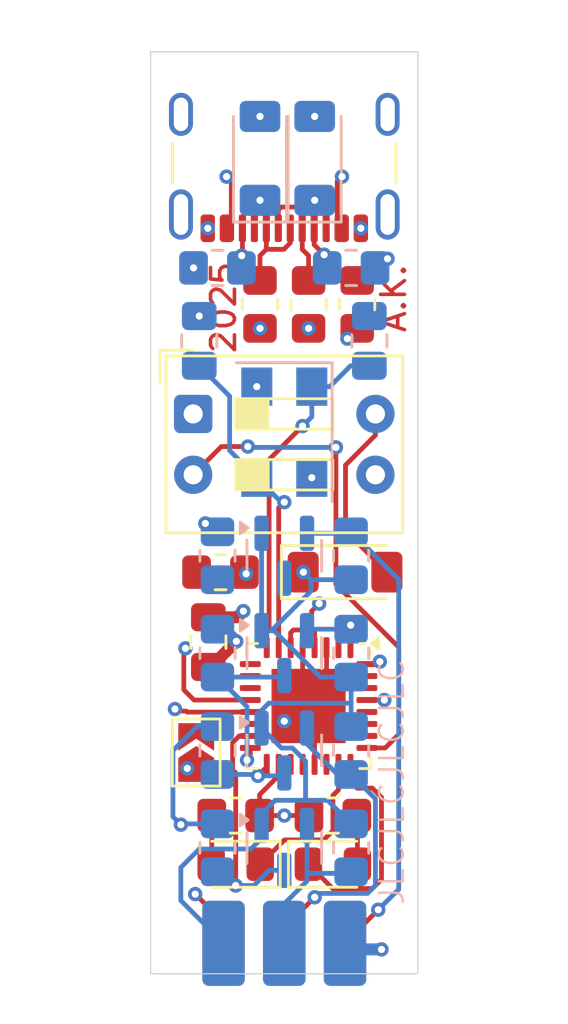
<source format=kicad_pcb>
(kicad_pcb (version 20241229) (generator "pcbnew") (generator_version "9.0")
  (layers (0 "F.Cu" signal) (4 "In1.Cu" signal) (6 "In2.Cu" signal) (2 "B.Cu" signal) (13 "F.Paste" user) (15 "B.Paste" user) (5 "F.SilkS" user "F.Silkscreen") (7 "B.SilkS" user "B.Silkscreen") (1 "F.Mask" user) (3 "B.Mask" user) (25 "Edge.Cuts" user))
  (net 0 "")
  (net 1 "GND")
  (net 2 "Net-(U2-PB6{slash}XTAL1)")
  (net 3 "Net-(U2-PB7{slash}XTAL2)")
  (net 4 "Net-(D1-A)")
  (net 5 "VCC")
  (net 6 "Net-(D2-K)")
  (net 7 "Net-(D2-A)")
  (net 8 "Net-(D3-A)")
  (net 9 "Net-(D3-K)")
  (net 10 "Net-(D4-K)")
  (net 11 "Net-(D5-K)")
  (net 12 "/shifter/LD1")
  (net 13 "/shifter/LD3")
  (net 14 "/shifter/LD0")
  (net 15 "/shifter/LD2")
  (net 16 "/shifter/HD0")
  (net 17 "/shifter/HD1")
  (net 18 "/shifter/HD2")
  (net 19 "/shifter/HD3")
  (net 20 "+5V")
  (net 21 "Net-(JP1-A)")
  (net 22 "Net-(J3-CC1)")
  (net 23 "Net-(J3-CC2)")
  (net 24 "Net-(U2-PB0)")
  (net 25 "Net-(U2-PB1)")
  (net 26 "Net-(U2-PC2)")
  (footprint "LED_SMD:LED_0805_2012Metric_Pad1.15x1.40mm_HandSolder" (layer "F.Cu") (at 226.568 106.426 180)
    (property "Reference" "D2" (hide yes))
    (property "Value" "Green")
    (pad "1" smd roundrect (at -1.025 0 180) (size 1.15 1.4) (layers "F.Cu" "F.Mask" "F.Paste") (roundrect_rratio 0.217391) (net 6 "Net-(D2-K)"))
    (pad "2" smd roundrect (at 1.025 0 180) (size 1.15 1.4) (layers "F.Cu" "F.Mask" "F.Paste") (roundrect_rratio 0.217391) (net 7 "Net-(D2-A)"))
  )
  (footprint "Resistor_SMD:R_0805_2012Metric_Pad1.20x1.40mm_HandSolder" (layer "F.Cu") (at 227.584 83.058 90)
    (property "Reference" "R15" (hide yes))
    (property "Value" "66R")
    (pad "1" smd roundrect (at -1 0 90) (size 1.2 1.4) (layers "F.Cu" "F.Mask" "F.Paste") (roundrect_rratio 0.208333) (net 25 "Net-(U2-PB1)"))
    (pad "2" smd roundrect (at 1 0 90) (size 1.2 1.4) (layers "F.Cu" "F.Mask" "F.Paste") (roundrect_rratio 0.208333) (net 10 "Net-(D4-K)"))
  )
  (footprint "Capacitor_SMD:C_0805_2012Metric_Pad1.18x1.45mm_HandSolder" (layer "F.Cu") (at 225.425 97.155 90)
    (property "Reference" "C3" (hide yes))
    (property "Value" "100n")
    (pad "1" smd roundrect (at -1.0375 0 90) (size 1.175 1.45) (layers "F.Cu" "F.Mask" "F.Paste") (roundrect_rratio 0.212766) (net 20 "+5V"))
    (pad "2" smd roundrect (at 1.0375 0 90) (size 1.175 1.45) (layers "F.Cu" "F.Mask" "F.Paste") (roundrect_rratio 0.212766) (net 1 "GND"))
  )
  (footprint "Button_Switch_THT:SW_DIP_SPSTx02_Slide_9.78x7.26mm_W7.62mm_P2.54mm" (layer "F.Cu") (at 224.79 87.63)
    (property "Reference" "SW1" (hide yes))
    (property "Value" "SW_DIP_x02")
    (pad "1" thru_hole roundrect (at 0 0) (size 1.6 1.6) (drill 0.8) (layers "*.Cu" "*.Mask") (roundrect_rratio 0.15625) (net 20 "+5V"))
    (pad "2" thru_hole circle (at 0 2.54) (size 1.6 1.6) (drill 0.8) (layers "*.Cu" "*.Mask") (net 26 "Net-(U2-PC2)"))
    (pad "3" thru_hole circle (at 7.62 2.54) (size 1.6 1.6) (drill 0.8) (layers "*.Cu" "*.Mask") (net 1 "GND"))
    (pad "4" thru_hole circle (at 7.62 0) (size 1.6 1.6) (drill 0.8) (layers "*.Cu" "*.Mask") (net 4 "Net-(D1-A)"))
  )
  (footprint "Package_DFN_QFN:QFN-32-1EP_5x5mm_P0.5mm_EP3.1x3.1mm" (layer "F.Cu") (at 229.616 99.822 -90)
    (property "Reference" "U2" (hide yes))
    (property "Value" "ATmega8A-M")
    (pad "1" smd roundrect (at -2.4375 -1.75 270) (size 0.875 0.25) (layers "F.Cu" "F.Mask" "F.Paste"))
    (pad "2" smd roundrect (at -2.4375 -1.25 270) (size 0.875 0.25) (layers "F.Cu" "F.Mask" "F.Paste"))
    (pad "3" smd roundrect (at -2.4375 -0.75 270) (size 0.875 0.25) (layers "F.Cu" "F.Mask" "F.Paste") (net 1 "GND"))
    (pad "4" smd roundrect (at -2.4375 -0.25 270) (size 0.875 0.25) (layers "F.Cu" "F.Mask" "F.Paste") (net 20 "+5V"))
    (pad "5" smd roundrect (at -2.4375 0.25 270) (size 0.875 0.25) (layers "F.Cu" "F.Mask" "F.Paste") (net 1 "GND"))
    (pad "6" smd roundrect (at -2.4375 0.75 270) (size 0.875 0.25) (layers "F.Cu" "F.Mask" "F.Paste") (net 20 "+5V"))
    (pad "7" smd roundrect (at -2.4375 1.25 270) (size 0.875 0.25) (layers "F.Cu" "F.Mask" "F.Paste") (net 2 "Net-(U2-PB6{slash}XTAL1)"))
    (pad "8" smd roundrect (at -2.4375 1.75 270) (size 0.875 0.25) (layers "F.Cu" "F.Mask" "F.Paste") (net 3 "Net-(U2-PB7{slash}XTAL2)"))
    (pad "9" smd roundrect (at -1.75 2.4375 270) (size 0.25 0.875) (layers "F.Cu" "F.Mask" "F.Paste"))
    (pad "10" smd roundrect (at -1.25 2.4375 270) (size 0.25 0.875) (layers "F.Cu" "F.Mask" "F.Paste"))
    (pad "11" smd roundrect (at -0.75 2.4375 270) (size 0.25 0.875) (layers "F.Cu" "F.Mask" "F.Paste"))
    (pad "12" smd roundrect (at -0.25 2.4375 270) (size 0.25 0.875) (layers "F.Cu" "F.Mask" "F.Paste") (net 24 "Net-(U2-PB0)"))
    (pad "13" smd roundrect (at 0.25 2.4375 270) (size 0.25 0.875) (layers "F.Cu" "F.Mask" "F.Paste") (net 25 "Net-(U2-PB1)"))
    (pad "14" smd roundrect (at 0.75 2.4375 270) (size 0.25 0.875) (layers "F.Cu" "F.Mask" "F.Paste") (net 16 "/shifter/HD0"))
    (pad "15" smd roundrect (at 1.25 2.4375 270) (size 0.25 0.875) (layers "F.Cu" "F.Mask" "F.Paste") (net 17 "/shifter/HD1"))
    (pad "16" smd roundrect (at 1.75 2.4375 270) (size 0.25 0.875) (layers "F.Cu" "F.Mask" "F.Paste") (net 18 "/shifter/HD2"))
    (pad "17" smd roundrect (at 2.4375 1.75 270) (size 0.875 0.25) (layers "F.Cu" "F.Mask" "F.Paste") (net 19 "/shifter/HD3"))
    (pad "18" smd roundrect (at 2.4375 1.25 270) (size 0.875 0.25) (layers "F.Cu" "F.Mask" "F.Paste") (net 20 "+5V"))
    (pad "19" smd roundrect (at 2.4375 0.75 270) (size 0.875 0.25) (layers "F.Cu" "F.Mask" "F.Paste"))
    (pad "20" smd roundrect (at 2.4375 0.25 270) (size 0.875 0.25) (layers "F.Cu" "F.Mask" "F.Paste"))
    (pad "21" smd roundrect (at 2.4375 -0.25 270) (size 0.875 0.25) (layers "F.Cu" "F.Mask" "F.Paste") (net 1 "GND"))
    (pad "22" smd roundrect (at 2.4375 -0.75 270) (size 0.875 0.25) (layers "F.Cu" "F.Mask" "F.Paste"))
    (pad "23" smd roundrect (at 2.4375 -1.25 270) (size 0.875 0.25) (layers "F.Cu" "F.Mask" "F.Paste") (net 6 "Net-(D2-K)"))
    (pad "24" smd roundrect (at 2.4375 -1.75 270) (size 0.875 0.25) (layers "F.Cu" "F.Mask" "F.Paste") (net 9 "Net-(D3-K)"))
    (pad "25" smd roundrect (at 1.75 -2.4375 270) (size 0.25 0.875) (layers "F.Cu" "F.Mask" "F.Paste") (net 26 "Net-(U2-PC2)"))
    (pad "26" smd roundrect (at 1.25 -2.4375 270) (size 0.25 0.875) (layers "F.Cu" "F.Mask" "F.Paste"))
    (pad "27" smd roundrect (at 0.75 -2.4375 270) (size 0.25 0.875) (layers "F.Cu" "F.Mask" "F.Paste"))
    (pad "28" smd roundrect (at 0.25 -2.4375 270) (size 0.25 0.875) (layers "F.Cu" "F.Mask" "F.Paste"))
    (pad "29" smd roundrect (at -0.25 -2.4375 270) (size 0.25 0.875) (layers "F.Cu" "F.Mask" "F.Paste") (net 21 "Net-(JP1-A)"))
    (pad "30" smd roundrect (at -0.75 -2.4375 270) (size 0.25 0.875) (layers "F.Cu" "F.Mask" "F.Paste"))
    (pad "31" smd roundrect (at -1.25 -2.4375 270) (size 0.25 0.875) (layers "F.Cu" "F.Mask" "F.Paste"))
    (pad "32" smd roundrect (at -1.75 -2.4375 270) (size 0.25 0.875) (layers "F.Cu" "F.Mask" "F.Paste") (net 25 "Net-(U2-PB1)"))
    (pad "33" smd rect (at 0 0 270) (size 3.1 3.1) (property pad_prop_heatsink) (layers "F.Cu" "F.Mask") (net 1 "GND"))
  )
  (footprint "LED_SMD:LED_0805_2012Metric_Pad1.15x1.40mm_HandSolder" (layer "F.Cu") (at 230.632 106.426)
    (property "Reference" "D3" (hide yes))
    (property "Value" "Red")
    (pad "1" smd roundrect (at -1.025 0) (size 1.15 1.4) (layers "F.Cu" "F.Mask" "F.Paste") (roundrect_rratio 0.217391) (net 9 "Net-(D3-K)"))
    (pad "2" smd roundrect (at 1.025 0) (size 1.15 1.4) (layers "F.Cu" "F.Mask" "F.Paste") (roundrect_rratio 0.217391) (net 8 "Net-(D3-A)"))
  )
  (footprint "Resistor_SMD:R_0805_2012Metric_Pad1.20x1.40mm_HandSolder" (layer "F.Cu") (at 231.648 83.058 90)
    (property "Reference" "R16" (hide yes))
    (property "Value" "2K2")
    (pad "1" smd roundrect (at -1 0 90) (size 1.2 1.4) (layers "F.Cu" "F.Mask" "F.Paste") (roundrect_rratio 0.208333) (net 20 "+5V"))
    (pad "2" smd roundrect (at 1 0 90) (size 1.2 1.4) (layers "F.Cu" "F.Mask" "F.Paste") (roundrect_rratio 0.208333) (net 11 "Net-(D5-K)"))
  )
  (footprint "Resistor_SMD:R_0805_2012Metric_Pad1.20x1.40mm_HandSolder" (layer "F.Cu") (at 225.933 94.234 180)
    (property "Reference" "R9" (hide yes))
    (property "Value" "10K")
    (pad "1" smd roundrect (at -1 0 180) (size 1.2 1.4) (layers "F.Cu" "F.Mask" "F.Paste") (roundrect_rratio 0.208333) (net 20 "+5V"))
    (pad "2" smd roundrect (at 1 0 180) (size 1.2 1.4) (layers "F.Cu" "F.Mask" "F.Paste") (roundrect_rratio 0.208333) (net 21 "Net-(JP1-A)"))
  )
  (footprint "Jumper:SolderJumper-2_P1.3mm_Open_TrianglePad1.0x1.5mm" (layer "F.Cu") (at 224.917 101.764 90)
    (property "Reference" "JP1" (hide yes))
    (property "Value" "Jumper_2_Open")
    (pad "1" smd custom (at -0.725 0 90) (size 0.3 0.3) (layers "F.Cu" "F.Mask") (net 21 "Net-(JP1-A)") (options (clearance outline) (anchor rect)) (primitives (gr_poly (pts (xy 1 0) (xy 0.5 0.75) (xy -0.5 0.75) (xy -0.5 -0.75) (xy 0.5 -0.75)) (width 0) (fill yes))))
    (pad "2" smd custom (at 0.725 0 90) (size 0.3 0.3) (layers "F.Cu" "F.Mask") (net 16 "/shifter/HD0") (options (clearance outline) (anchor rect)) (primitives (gr_poly (pts (xy 0.5 0.75) (xy -0.65 0.75) (xy -0.15 0) (xy -0.65 -0.75) (xy 0.5 -0.75)) (width 0) (fill yes))))
  )
  (footprint "Resistor_SMD:R_0805_2012Metric_Pad1.20x1.40mm_HandSolder" (layer "F.Cu") (at 226.568 104.394)
    (property "Reference" "R11" (hide yes))
    (property "Value" "680R")
    (pad "1" smd roundrect (at -1 0) (size 1.2 1.4) (layers "F.Cu" "F.Mask" "F.Paste") (roundrect_rratio 0.208333) (net 7 "Net-(D2-A)"))
    (pad "2" smd roundrect (at 1 0) (size 1.2 1.4) (layers "F.Cu" "F.Mask" "F.Paste") (roundrect_rratio 0.208333) (net 20 "+5V"))
  )
  (footprint "Connector_USB:USB_C_Receptacle_GCT_USB4105-xx-A_16P_TopMnt_Horizontal" (layer "F.Cu") (at 228.6 76.2 180)
    (property "Reference" "J3" (hide yes))
    (property "Value" "USB_C_Receptacle_USB2.0_14P")
    (pad "" np_thru_hole circle (at -2.89 -2.605 180) (size 0.65 0.65) (drill 0.65) (layers "F&B.Cu" "*.Mask"))
    (pad "" np_thru_hole circle (at 2.89 -2.605 180) (size 0.65 0.65) (drill 0.65) (layers "F&B.Cu" "*.Mask"))
    (pad "A1" smd roundrect (at -3.2 -3.68 180) (size 0.6 1.15) (layers "F.Cu" "F.Mask" "F.Paste") (net 1 "GND"))
    (pad "A4" smd roundrect (at -2.4 -3.68 180) (size 0.6 1.15) (layers "F.Cu" "F.Mask" "F.Paste") (net 20 "+5V"))
    (pad "A5" smd roundrect (at -1.25 -3.68 180) (size 0.3 1.15) (layers "F.Cu" "F.Mask" "F.Paste") (net 22 "Net-(J3-CC1)"))
    (pad "A6" smd roundrect (at -0.25 -3.68 180) (size 0.3 1.15) (layers "F.Cu" "F.Mask" "F.Paste") (net 10 "Net-(D4-K)"))
    (pad "A7" smd roundrect (at 0.25 -3.68 180) (size 0.3 1.15) (layers "F.Cu" "F.Mask" "F.Paste") (net 11 "Net-(D5-K)"))
    (pad "A8" smd roundrect (at 1.25 -3.68 180) (size 0.3 1.15) (layers "F.Cu" "F.Mask" "F.Paste"))
    (pad "A9" smd roundrect (at 2.4 -3.68 180) (size 0.6 1.15) (layers "F.Cu" "F.Mask" "F.Paste") (net 20 "+5V"))
    (pad "A12" smd roundrect (at 3.2 -3.68 180) (size 0.6 1.15) (layers "F.Cu" "F.Mask" "F.Paste") (net 1 "GND"))
    (pad "B1" smd roundrect (at 3.2 -3.68 180) (size 0.6 1.15) (layers "F.Cu" "F.Mask" "F.Paste") (net 1 "GND"))
    (pad "B4" smd roundrect (at 2.4 -3.68 180) (size 0.6 1.15) (layers "F.Cu" "F.Mask" "F.Paste") (net 20 "+5V"))
    (pad "B5" smd roundrect (at 1.75 -3.68 180) (size 0.3 1.15) (layers "F.Cu" "F.Mask" "F.Paste") (net 23 "Net-(J3-CC2)"))
    (pad "B6" smd roundrect (at 0.75 -3.68 180) (size 0.3 1.15) (layers "F.Cu" "F.Mask" "F.Paste") (net 10 "Net-(D4-K)"))
    (pad "B7" smd roundrect (at -0.75 -3.68 180) (size 0.3 1.15) (layers "F.Cu" "F.Mask" "F.Paste") (net 11 "Net-(D5-K)"))
    (pad "B8" smd roundrect (at -1.75 -3.68 180) (size 0.3 1.15) (layers "F.Cu" "F.Mask" "F.Paste"))
    (pad "B9" smd roundrect (at -2.4 -3.68 180) (size 0.6 1.15) (layers "F.Cu" "F.Mask" "F.Paste") (net 20 "+5V"))
    (pad "B12" smd roundrect (at -3.2 -3.68 180) (size 0.6 1.15) (layers "F.Cu" "F.Mask" "F.Paste") (net 1 "GND"))
    (pad "S1" thru_hole oval (at -4.32 -3.105 180) (size 1 2.1) (drill oval 0.6 1.7) (property pad_prop_heatsink) (layers "*.Cu" "*.Mask" "F.Paste") (net 1 "GND"))
    (pad "S1" thru_hole oval (at -4.32 1.075 180) (size 1 1.8) (drill oval 0.6 1.4) (property pad_prop_heatsink) (layers "*.Cu" "*.Mask" "F.Paste") (net 1 "GND"))
    (pad "S1" thru_hole oval (at 4.32 -3.105 180) (size 1 2.1) (drill oval 0.6 1.7) (property pad_prop_heatsink) (layers "*.Cu" "*.Mask" "F.Paste") (net 1 "GND"))
    (pad "S1" thru_hole oval (at 4.32 1.075 180) (size 1 1.8) (drill oval 0.6 1.4) (property pad_prop_heatsink) (layers "*.Cu" "*.Mask" "F.Paste") (net 1 "GND"))
  )
  (footprint "isp:Edge6" (layer "F.Cu") (at 228.6 109.728)
    (property "Reference" "J1" (hide yes))
    (property "Value" "AVR-ISP-6")
    (pad "1" smd roundrect (at -2.54 0 90) (size 3.556 1.778) (layers "F.Cu" "F.Mask" "F.Paste") (roundrect_rratio 0.15) (net 15 "/shifter/LD2"))
    (pad "2" smd roundrect (at -2.54 0 270) (size 3.556 1.778) (layers "B.Cu" "B.Mask" "B.Paste") (roundrect_rratio 0.15) (net 5 "VCC"))
    (pad "3" smd roundrect (at 0 0 90) (size 3.556 1.778) (layers "F.Cu" "F.Mask" "F.Paste") (roundrect_rratio 0.15) (net 13 "/shifter/LD3"))
    (pad "4" smd roundrect (at 0 0 270) (size 3.556 1.778) (layers "B.Cu" "B.Mask" "B.Paste") (roundrect_rratio 0.15) (net 12 "/shifter/LD1"))
    (pad "5" smd roundrect (at 2.54 0 90) (size 3.556 1.778) (layers "F.Cu" "F.Mask" "F.Paste") (roundrect_rratio 0.15) (net 14 "/shifter/LD0"))
    (pad "6" smd roundrect (at 2.54 0 270) (size 3.556 1.778) (layers "B.Cu" "B.Mask" "B.Paste") (roundrect_rratio 0.15) (net 1 "GND"))
  )
  (footprint "Resistor_SMD:R_0805_2012Metric_Pad1.20x1.40mm_HandSolder" (layer "F.Cu") (at 229.616 83.058 90)
    (property "Reference" "R14" (hide yes))
    (property "Value" "66R")
    (pad "1" smd roundrect (at -1 0 90) (size 1.2 1.4) (layers "F.Cu" "F.Mask" "F.Paste") (roundrect_rratio 0.208333) (net 24 "Net-(U2-PB0)"))
    (pad "2" smd roundrect (at 1 0 90) (size 1.2 1.4) (layers "F.Cu" "F.Mask" "F.Paste") (roundrect_rratio 0.208333) (net 11 "Net-(D5-K)"))
  )
  (footprint "Resistor_SMD:R_0805_2012Metric_Pad1.20x1.40mm_HandSolder" (layer "F.Cu") (at 230.632 104.394 180)
    (property "Reference" "R10" (hide yes))
    (property "Value" "680R" (hide yes))
    (pad "1" smd roundrect (at -1 0 180) (size 1.2 1.4) (layers "F.Cu" "F.Mask" "F.Paste") (roundrect_rratio 0.208333) (net 8 "Net-(D3-A)"))
    (pad "2" smd roundrect (at 1 0 180) (size 1.2 1.4) (layers "F.Cu" "F.Mask" "F.Paste") (roundrect_rratio 0.208333) (net 20 "+5V"))
  )
  (footprint "Diode_SMD:D_MiniMELF" (layer "F.Cu") (at 231.14 94.234)
    (property "Reference" "D1" (hide yes))
    (property "Value" "LL4148")
    (pad "1" smd roundrect (at -1.75 0) (size 1.3 1.7) (layers "F.Cu" "F.Mask" "F.Paste") (roundrect_rratio 0.1923076923) (net 5 "VCC"))
    (pad "2" smd roundrect (at 1.75 0) (size 1.3 1.7) (layers "F.Cu" "F.Mask" "F.Paste") (roundrect_rratio 0.1923076923) (net 4 "Net-(D1-A)"))
  )
  (footprint "Package_TO_SOT_SMD:SOT-23" (layer "B.Cu") (at 228.6 101.6785 -90)
    (property "Reference" "Q4" (hide yes))
    (property "Value" "BS170F")
    (pad "1" smd roundrect (at -0.9375 0.95 270) (size 1.475 0.6) (layers "B.Cu" "B.Mask" "B.Paste") (net 5 "VCC"))
    (pad "2" smd roundrect (at -0.9375 -0.95 270) (size 1.475 0.6) (layers "B.Cu" "B.Mask" "B.Paste") (net 13 "/shifter/LD3"))
    (pad "3" smd roundrect (at 0.9375 0 270) (size 1.475 0.6) (layers "B.Cu" "B.Mask" "B.Paste") (net 19 "/shifter/HD3"))
  )
  (footprint "Diode_SMD:D_MiniMELF" (layer "B.Cu") (at 229.87 76.962 90)
    (property "Reference" "D5" (hide yes))
    (property "Value" "3V6")
    (pad "1" smd roundrect (at -1.75 0 90) (size 1.3 1.7) (layers "B.Cu" "B.Mask" "B.Paste") (roundrect_rratio 0.1923076923) (net 11 "Net-(D5-K)"))
    (pad "2" smd roundrect (at 1.75 0 90) (size 1.3 1.7) (layers "B.Cu" "B.Mask" "B.Paste") (roundrect_rratio 0.1923076923) (net 1 "GND"))
  )
  (footprint "Resistor_SMD:R_0805_2012Metric_Pad1.20x1.40mm_HandSolder" (layer "B.Cu") (at 231.394 93.5505 90)
    (property "Reference" "R2" (hide yes))
    (property "Value" "4K7")
    (pad "1" smd roundrect (at -1 0 90) (size 1.2 1.4) (layers "B.Cu" "B.Mask" "B.Paste") (roundrect_rratio 0.208333) (net 5 "VCC"))
    (pad "2" smd roundrect (at 1 0 90) (size 1.2 1.4) (layers "B.Cu" "B.Mask" "B.Paste") (roundrect_rratio 0.208333) (net 14 "/shifter/LD0"))
  )
  (footprint "Resistor_SMD:R_0805_2012Metric_Pad1.20x1.40mm_HandSolder" (layer "B.Cu") (at 231.394 81.534 180)
    (property "Reference" "R12" (hide yes))
    (property "Value" "1K5")
    (pad "1" smd roundrect (at -1 0 180) (size 1.2 1.4) (layers "B.Cu" "B.Mask" "B.Paste") (roundrect_rratio 0.208333) (net 1 "GND"))
    (pad "2" smd roundrect (at 1 0 180) (size 1.2 1.4) (layers "B.Cu" "B.Mask" "B.Paste") (roundrect_rratio 0.208333) (net 22 "Net-(J3-CC1)"))
  )
  (footprint "Resistor_SMD:R_0805_2012Metric_Pad1.20x1.40mm_HandSolder" (layer "B.Cu") (at 225.806 81.534)
    (property "Reference" "R13" (hide yes))
    (property "Value" "1K5")
    (pad "1" smd roundrect (at -1 0) (size 1.2 1.4) (layers "B.Cu" "B.Mask" "B.Paste") (roundrect_rratio 0.208333) (net 1 "GND"))
    (pad "2" smd roundrect (at 1 0) (size 1.2 1.4) (layers "B.Cu" "B.Mask" "B.Paste") (roundrect_rratio 0.208333) (net 23 "Net-(J3-CC2)"))
  )
  (footprint "Capacitor_SMD:C_0805_2012Metric_Pad1.18x1.45mm_HandSolder" (layer "B.Cu") (at 232.156 84.582 90)
    (property "Reference" "C2" (hide yes))
    (property "Value" "22p")
    (pad "1" smd roundrect (at -1.0375 0 90) (size 1.175 1.45) (layers "B.Cu" "B.Mask" "B.Paste") (roundrect_rratio 0.212766) (net 3 "Net-(U2-PB7{slash}XTAL2)"))
    (pad "2" smd roundrect (at 1.0375 0 90) (size 1.175 1.45) (layers "B.Cu" "B.Mask" "B.Paste") (roundrect_rratio 0.212766) (net 1 "GND"))
  )
  (footprint "Resistor_SMD:R_0805_2012Metric_Pad1.20x1.40mm_HandSolder" (layer "B.Cu") (at 225.806 101.6785 -90)
    (property "Reference" "R8" (hide yes))
    (property "Value" "4K7")
    (pad "1" smd roundrect (at -1 0 270) (size 1.2 1.4) (layers "B.Cu" "B.Mask" "B.Paste") (roundrect_rratio 0.208333) (net 20 "+5V"))
    (pad "2" smd roundrect (at 1 0 270) (size 1.2 1.4) (layers "B.Cu" "B.Mask" "B.Paste") (roundrect_rratio 0.208333) (net 19 "/shifter/HD3"))
  )
  (footprint "Diode_SMD:D_MiniMELF" (layer "B.Cu") (at 227.584 76.962 90)
    (property "Reference" "D4" (hide yes))
    (property "Value" "3V6")
    (pad "1" smd roundrect (at -1.75 0 90) (size 1.3 1.7) (layers "B.Cu" "B.Mask" "B.Paste") (roundrect_rratio 0.1923076923) (net 10 "Net-(D4-K)"))
    (pad "2" smd roundrect (at 1.75 0 90) (size 1.3 1.7) (layers "B.Cu" "B.Mask" "B.Paste") (roundrect_rratio 0.1923076923) (net 1 "GND"))
  )
  (footprint "Crystal:Crystal_SMD_Abracon_ABM3C-4Pin_5.0x3.2mm" (layer "B.Cu") (at 228.6 88.392 -90)
    (property "Reference" "Y1" (hide yes))
    (property "Value" "12 MHz")
    (pad "1" smd rect (at -1.9 -1.15 270) (size 1.6 1.3) (layers "B.Cu" "B.Mask" "B.Paste") (net 3 "Net-(U2-PB7{slash}XTAL2)"))
    (pad "2" smd rect (at 1.9 -1.15 270) (size 1.6 1.3) (layers "B.Cu" "B.Mask" "B.Paste") (net 1 "GND"))
    (pad "3" smd rect (at 1.9 1.15 270) (size 1.6 1.3) (layers "B.Cu" "B.Mask" "B.Paste") (net 2 "Net-(U2-PB6{slash}XTAL1)"))
    (pad "4" smd rect (at -1.9 1.15 270) (size 1.6 1.3) (layers "B.Cu" "B.Mask" "B.Paste") (net 1 "GND"))
  )
  (footprint "Package_TO_SOT_SMD:SOT-23" (layer "B.Cu") (at 228.6 93.5505 -90)
    (property "Reference" "Q1" (hide yes))
    (property "Value" "BS170F" (hide yes))
    (pad "1" smd roundrect (at -0.9375 0.95 270) (size 1.475 0.6) (layers "B.Cu" "B.Mask" "B.Paste") (net 5 "VCC"))
    (pad "2" smd roundrect (at -0.9375 -0.95 270) (size 1.475 0.6) (layers "B.Cu" "B.Mask" "B.Paste") (net 14 "/shifter/LD0"))
    (pad "3" smd roundrect (at 0.9375 0 270) (size 1.475 0.6) (layers "B.Cu" "B.Mask" "B.Paste") (net 16 "/shifter/HD0"))
  )
  (footprint "Package_TO_SOT_SMD:SOT-23" (layer "B.Cu") (at 228.6 105.7425 -90)
    (property "Reference" "Q2" (hide yes))
    (property "Value" "BS170F")
    (pad "1" smd roundrect (at -0.9375 0.95 270) (size 1.475 0.6) (layers "B.Cu" "B.Mask" "B.Paste") (net 5 "VCC"))
    (pad "2" smd roundrect (at -0.9375 -0.95 270) (size 1.475 0.6) (layers "B.Cu" "B.Mask" "B.Paste") (net 12 "/shifter/LD1"))
    (pad "3" smd roundrect (at 0.9375 0 270) (size 1.475 0.6) (layers "B.Cu" "B.Mask" "B.Paste") (net 17 "/shifter/HD1"))
  )
  (footprint "Resistor_SMD:R_0805_2012Metric_Pad1.20x1.40mm_HandSolder" (layer "B.Cu") (at 231.394 101.6785 -90)
    (property "Reference" "R7" (hide yes))
    (property "Value" "4K7")
    (pad "1" smd roundrect (at -1 0 270) (size 1.2 1.4) (layers "B.Cu" "B.Mask" "B.Paste") (roundrect_rratio 0.208333) (net 5 "VCC"))
    (pad "2" smd roundrect (at 1 0 270) (size 1.2 1.4) (layers "B.Cu" "B.Mask" "B.Paste") (roundrect_rratio 0.208333) (net 13 "/shifter/LD3"))
  )
  (footprint "Resistor_SMD:R_0805_2012Metric_Pad1.20x1.40mm_HandSolder" (layer "B.Cu") (at 225.806 97.6145 -90)
    (property "Reference" "R6" (hide yes))
    (property "Value" "4K7")
    (pad "1" smd roundrect (at -1 0 270) (size 1.2 1.4) (layers "B.Cu" "B.Mask" "B.Paste") (roundrect_rratio 0.208333) (net 20 "+5V"))
    (pad "2" smd roundrect (at 1 0 270) (size 1.2 1.4) (layers "B.Cu" "B.Mask" "B.Paste") (roundrect_rratio 0.208333) (net 18 "/shifter/HD2"))
  )
  (footprint "Resistor_SMD:R_0805_2012Metric_Pad1.20x1.40mm_HandSolder" (layer "B.Cu") (at 225.806 93.5505 -90)
    (property "Reference" "R1" (hide yes))
    (property "Value" "4K7")
    (pad "1" smd roundrect (at -1 0 270) (size 1.2 1.4) (layers "B.Cu" "B.Mask" "B.Paste") (roundrect_rratio 0.208333) (net 20 "+5V"))
    (pad "2" smd roundrect (at 1 0 270) (size 1.2 1.4) (layers "B.Cu" "B.Mask" "B.Paste") (roundrect_rratio 0.208333) (net 16 "/shifter/HD0"))
  )
  (footprint "Package_TO_SOT_SMD:SOT-23" (layer "B.Cu") (at 228.6 97.6145 -90)
    (property "Reference" "Q3" (hide yes))
    (property "Value" "BS170F")
    (pad "1" smd roundrect (at -0.9375 0.95 270) (size 1.475 0.6) (layers "B.Cu" "B.Mask" "B.Paste") (net 5 "VCC"))
    (pad "2" smd roundrect (at -0.9375 -0.95 270) (size 1.475 0.6) (layers "B.Cu" "B.Mask" "B.Paste") (net 15 "/shifter/LD2"))
    (pad "3" smd roundrect (at 0.9375 0 270) (size 1.475 0.6) (layers "B.Cu" "B.Mask" "B.Paste") (net 18 "/shifter/HD2"))
  )
  (footprint "Resistor_SMD:R_0805_2012Metric_Pad1.20x1.40mm_HandSolder" (layer "B.Cu") (at 231.394 97.6145 90)
    (property "Reference" "R5" (hide yes))
    (property "Value" "4K7")
    (pad "1" smd roundrect (at -1 0 90) (size 1.2 1.4) (layers "B.Cu" "B.Mask" "B.Paste") (roundrect_rratio 0.208333) (net 5 "VCC"))
    (pad "2" smd roundrect (at 1 0 90) (size 1.2 1.4) (layers "B.Cu" "B.Mask" "B.Paste") (roundrect_rratio 0.208333) (net 15 "/shifter/LD2"))
  )
  (footprint "Capacitor_SMD:C_0805_2012Metric_Pad1.18x1.45mm_HandSolder" (layer "B.Cu") (at 225.044 84.582 90)
    (property "Reference" "C1" (hide yes))
    (property "Value" "22p")
    (pad "1" smd roundrect (at -1.0375 0 90) (size 1.175 1.45) (layers "B.Cu" "B.Mask" "B.Paste") (roundrect_rratio 0.212766) (net 2 "Net-(U2-PB6{slash}XTAL1)"))
    (pad "2" smd roundrect (at 1.0375 0 90) (size 1.175 1.45) (layers "B.Cu" "B.Mask" "B.Paste") (roundrect_rratio 0.212766) (net 1 "GND"))
  )
  (footprint "Resistor_SMD:R_0805_2012Metric_Pad1.20x1.40mm_HandSolder" (layer "B.Cu") (at 231.394 105.7425 -90)
    (property "Reference" "R3" (hide yes))
    (property "Value" "4K7")
    (pad "1" smd roundrect (at -1 0 270) (size 1.2 1.4) (layers "B.Cu" "B.Mask" "B.Paste") (roundrect_rratio 0.208333) (net 5 "VCC"))
    (pad "2" smd roundrect (at 1 0 270) (size 1.2 1.4) (layers "B.Cu" "B.Mask" "B.Paste") (roundrect_rratio 0.208333) (net 12 "/shifter/LD1"))
  )
  (footprint "Resistor_SMD:R_0805_2012Metric_Pad1.20x1.40mm_HandSolder" (layer "B.Cu") (at 225.806 105.7425 -90)
    (property "Reference" "R4" (hide yes))
    (property "Value" "4K7")
    (pad "1" smd roundrect (at -1 0 270) (size 1.2 1.4) (layers "B.Cu" "B.Mask" "B.Paste") (roundrect_rratio 0.208333) (net 20 "+5V"))
    (pad "2" smd roundrect (at 1 0 270) (size 1.2 1.4) (layers "B.Cu" "B.Mask" "B.Paste") (roundrect_rratio 0.208333) (net 17 "/shifter/HD1"))
  )
  (gr_line (start 234.188 72.517) (end 234.188 110.998) (stroke (width 0.05)) (layer "Edge.Cuts"))
  (gr_line (start 234.188 110.998) (end 223.012 110.998) (stroke (width 0.05)) (layer "Edge.Cuts"))
  (gr_line (start 223.012 110.998) (end 223.012 72.517) (stroke (width 0.05)) (layer "Edge.Cuts"))
  (gr_line (start 223.012 72.517) (end 234.188 72.517) (stroke (width 0.05)) (layer "Edge.Cuts"))
  (gr_text "2025" (at 226.06 83.185 90) (layer "F.Cu") (effects (font (size 1 1))))
  (gr_text "A.K." (at 233.172 82.804 90) (layer "F.Cu") (effects (font (size 1 1))))
  (gr_text "JLCJLCJLCJLC" (at 233.68 108.204 90) (layer "B.SilkS") (effects (font (size 1 1) (thickness 0.1)) (justify left bottom)))
  (segment (start 229.366 99.572) (end 229.616 99.822) (width 0.2) (layer "F.Cu") (net 1))
  (segment (start 225.298 96.7525) (end 225.586 96.7525) (width 0.2) (layer "F.Cu") (net 1))
  (segment (start 225.586 96.7525) (end 225.724 96.6145) (width 0.2) (layer "F.Cu") (net 1))
  (segment (start 225.425 96.1175) (end 226.632025 96.1175) (width 0.5) (layer "F.Cu") (net 1))
  (segment (start 230.366 97.3845) (end 230.366 99.072) (width 0.2) (layer "F.Cu") (net 1))
  (segment (start 226.632025 96.1175) (end 226.888454 95.861071) (width 0.5) (layer "F.Cu") (net 1))
  (segment (start 229.866 102.2595) (end 229.866 100.072) (width 0.2) (layer "F.Cu") (net 1))
  (segment (start 229.366 97.3845) (end 229.366 99.572) (width 0.2) (layer "F.Cu") (net 1))
  (segment (start 229.866 100.072) (end 229.616 99.822) (width 0.2) (layer "F.Cu") (net 1))
  (segment (start 230.366 99.072) (end 229.616 99.822) (width 0.2) (layer "F.Cu") (net 1))
  (via (at 232.664 109.982) (size 0.6) (drill 0.3) (layers "F.Cu" "B.Cu") (net 1))
  (via (at 224.806 81.534) (size 0.6) (drill 0.3) (layers "F.Cu" "B.Cu") (net 1))
  (via (at 225.4 79.88) (size 0.6) (drill 0.3) (layers "F.Cu" "B.Cu") (net 1))
  (via (at 225.044 83.5445) (size 0.6) (drill 0.3) (layers "F.Cu" "B.Cu") (net 1))
  (via (at 226.888454 95.861071) (size 0.6) (drill 0.3) (layers "F.Cu" "B.Cu") (net 1))
  (via (at 232.918 81.153) (size 0.6) (drill 0.3) (layers "F.Cu" "B.Cu") (net 1))
  (via (at 227.45 86.492) (size 0.6) (drill 0.3) (layers "F.Cu" "B.Cu") (net 1))
  (via (at 231.8 79.88) (size 0.6) (drill 0.3) (layers "F.Cu" "B.Cu") (net 1))
  (via (at 228.6 100.457) (size 0.6) (drill 0.3) (layers "F.Cu" "B.Cu") (net 1))
  (via (at 227.584 75.212) (size 0.6) (drill 0.3) (layers "F.Cu" "B.Cu") (net 1))
  (via (at 229.87 75.212) (size 0.6) (drill 0.3) (layers "F.Cu" "B.Cu") (net 1))
  (via (at 229.75 90.292) (size 0.6) (drill 0.3) (layers "F.Cu" "B.Cu") (net 1))
  (segment (start 232.664 109.982) (end 231.394 109.982) (width 0.5) (layer "B.Cu") (net 1))
  (segment (start 231.394 109.982) (end 231.14 109.728) (width 0.5) (layer "B.Cu") (net 1))
  (segment (start 228.366 97.3845) (end 228.366 91.547) (width 0.2) (layer "F.Cu") (net 2))
  (segment (start 228.366 91.547) (end 228.6 91.313) (width 0.2) (layer "F.Cu") (net 2))
  (via (at 228.6 91.313) (size 0.6) (drill 0.3) (layers "F.Cu" "B.Cu") (net 2))
  (segment (start 226.314 86.8895) (end 226.314 89.156) (width 0.2) (layer "B.Cu") (net 2))
  (segment (start 228.471 91.313) (end 227.45 90.292) (width 0.2) (layer "B.Cu") (net 2))
  (segment (start 226.314 89.156) (end 227.45 90.292) (width 0.2) (layer "B.Cu") (net 2))
  (segment (start 228.6 91.313) (end 228.471 91.313) (width 0.2) (layer "B.Cu") (net 2))
  (segment (start 225.044 85.6195) (end 226.314 86.8895) (width 0.2) (layer "B.Cu") (net 2))
  (segment (start 227.965 93.599) (end 227.965 89.535) (width 0.2) (layer "F.Cu") (net 3))
  (segment (start 227.965 89.535) (end 229.362 88.138) (width 0.2) (layer "F.Cu") (net 3))
  (segment (start 227.866 96.746) (end 227.965 96.647) (width 0.2) (layer "F.Cu") (net 3))
  (segment (start 227.866 97.3845) (end 227.866 96.746) (width 0.2) (layer "F.Cu") (net 3))
  (segment (start 227.965 96.647) (end 227.965 93.599) (width 0.2) (layer "F.Cu") (net 3))
  (via (at 229.362 88.138) (size 0.6) (drill 0.3) (layers "F.Cu" "B.Cu") (net 3))
  (segment (start 229.75 86.492) (end 230.5 86.492) (width 0.2) (layer "B.Cu") (net 3))
  (segment (start 229.75 87.75) (end 229.75 86.492) (width 0.2) (layer "B.Cu") (net 3))
  (segment (start 231.3725 85.6195) (end 232.156 85.6195) (width 0.2) (layer "B.Cu") (net 3))
  (segment (start 229.362 88.138) (end 229.75 87.75) (width 0.2) (layer "B.Cu") (net 3))
  (segment (start 230.5 86.492) (end 231.3725 85.6195) (width 0.2) (layer "B.Cu") (net 3))
  (segment (start 232.89 94.234) (end 231.16 92.504) (width 0.2) (layer "F.Cu") (net 4))
  (segment (start 232.41 88.519) (end 232.41 87.63) (width 0.2) (layer "F.Cu") (net 4))
  (segment (start 231.16 92.504) (end 231.16 89.769) (width 0.2) (layer "F.Cu") (net 4))
  (segment (start 231.16 89.769) (end 232.41 88.519) (width 0.2) (layer "F.Cu") (net 4))
  (via (at 229.4 94.234) (size 0.6) (drill 0.3) (layers "F.Cu" "B.Cu") (net 5))
  (segment (start 231.394 100.6785) (end 231.394 99.695) (width 0.2) (layer "B.Cu") (net 5))
  (segment (start 228.940968 101.5775) (end 229.489 102.125532) (width 0.2) (layer "B.Cu") (net 5))
  (segment (start 227.65 96.677) (end 228.170532 96.677) (width 0.2) (layer "B.Cu") (net 5))
  (segment (start 227.951001 99.7025) (end 231.3865 99.7025) (width 0.2) (layer "B.Cu") (net 5))
  (segment (start 231.394 94.5505) (end 230.297032 94.5505) (width 0.2) (layer "B.Cu") (net 5))
  (segment (start 228.170532 96.568468) (end 228.170532 96.677) (width 0.2) (layer "B.Cu") (net 5))
  (segment (start 227.65 100.741) (end 228.4865 101.5775) (width 0.2) (layer "B.Cu") (net 5))
  (segment (start 229.489 103.759) (end 228.219 103.759) (width 0.2) (layer "B.Cu") (net 5))
  (segment (start 228.170532 96.677) (end 230.108032 98.6145) (width 0.2) (layer "B.Cu") (net 5))
  (segment (start 227.203 105.791) (end 227.65 105.344) (width 0.2) (layer "B.Cu") (net 5))
  (segment (start 227.65 100.003501) (end 227.951001 99.7025) (width 0.2) (layer "B.Cu") (net 5))
  (segment (start 230.297032 94.5505) (end 229.7165 94.5505) (width 0.2) (layer "B.Cu") (net 5))
  (segment (start 229.7165 95.0225) (end 228.170532 96.568468) (width 0.2) (layer "B.Cu") (net 5))
  (segment (start 231.394 99.695) (end 231.394 98.6145) (width 0.2) (layer "B.Cu") (net 5))
  (segment (start 227.65 104.328) (end 227.65 104.805) (width 0.2) (layer "B.Cu") (net 5))
  (segment (start 228.219 103.759) (end 227.65 104.328) (width 0.2) (layer "B.Cu") (net 5))
  (segment (start 228.4865 101.5775) (end 228.940968 101.5775) (width 0.2) (layer "B.Cu") (net 5))
  (segment (start 227.65 105.344) (end 227.65 104.805) (width 0.2) (layer "B.Cu") (net 5))
  (segment (start 229.7165 94.5505) (end 229.4 94.234) (width 0.2) (layer "B.Cu") (net 5))
  (segment (start 227.65 92.613) (end 227.65 96.677) (width 0.2) (layer "B.Cu") (net 5))
  (segment (start 224.274889 106.560111) (end 225.044 105.791) (width 0.2) (layer "B.Cu") (net 5))
  (segment (start 224.274889 107.942889) (end 224.274889 106.560111) (width 0.2) (layer "B.Cu") (net 5))
  (segment (start 229.489 102.125532) (end 229.489 103.759) (width 0.2) (layer "B.Cu") (net 5))
  (segment (start 225.044 105.791) (end 227.203 105.791) (width 0.2) (layer "B.Cu") (net 5))
  (segment (start 229.7165 94.5505) (end 229.7165 95.0225) (width 0.2) (layer "B.Cu") (net 5))
  (segment (start 230.4105 103.759) (end 229.489 103.759) (width 0.2) (layer "B.Cu") (net 5))
  (segment (start 231.3865 99.7025) (end 231.394 99.695) (width 0.2) (layer "B.Cu") (net 5))
  (segment (start 231.394 104.7425) (end 230.4105 103.759) (width 0.2) (layer "B.Cu") (net 5))
  (segment (start 227.65 100.741) (end 227.65 100.003501) (width 0.2) (layer "B.Cu") (net 5))
  (segment (start 230.108032 98.6145) (end 231.394 98.6145) (width 0.2) (layer "B.Cu") (net 5))
  (segment (start 226.06 109.728) (end 224.274889 107.942889) (width 0.2) (layer "B.Cu") (net 5))
  (segment (start 230.632 103.55384) (end 230.632 105.029) (width 0.2) (layer "F.Cu") (net 6))
  (segment (start 230.866 103.31984) (end 230.632 103.55384) (width 0.2) (layer "F.Cu") (net 6))
  (segment (start 230.866 102.2595) (end 230.866 103.31984) (width 0.2) (layer "F.Cu") (net 6))
  (segment (start 230.632 105.029) (end 230.251 105.41) (width 0.2) (layer "F.Cu") (net 6))
  (segment (start 230.251 105.41) (end 228.609 105.41) (width 0.2) (layer "F.Cu") (net 6))
  (segment (start 228.609 105.41) (end 227.593 106.426) (width 0.2) (layer "F.Cu") (net 6))
  (segment (start 225.568 104.394) (end 225.568 106.401) (width 0.2) (layer "F.Cu") (net 7))
  (segment (start 225.568 106.401) (end 225.543 106.426) (width 0.2) (layer "F.Cu") (net 7))
  (segment (start 231.657 106.426) (end 231.657 104.419) (width 0.2) (layer "F.Cu") (net 8))
  (segment (start 231.657 104.419) (end 231.632 104.394) (width 0.2) (layer "F.Cu") (net 8))
  (segment (start 232.283 107.442) (end 230.623 107.442) (width 0.2) (layer "F.Cu") (net 9))
  (segment (start 231.366 102.2595) (end 231.366 102.969) (width 0.2) (layer "F.Cu") (net 9))
  (segment (start 231.366 102.969) (end 231.648 103.251) (width 0.2) (layer "F.Cu") (net 9))
  (segment (start 232.283 103.251) (end 232.664 103.632) (width 0.2) (layer "F.Cu") (net 9))
  (segment (start 230.623 107.442) (end 229.607 106.426) (width 0.2) (layer "F.Cu") (net 9))
  (segment (start 232.664 107.061) (end 232.283 107.442) (width 0.2) (layer "F.Cu") (net 9))
  (segment (start 231.648 103.251) (end 232.283 103.251) (width 0.2) (layer "F.Cu") (net 9))
  (segment (start 232.664 103.632) (end 232.664 107.061) (width 0.2) (layer "F.Cu") (net 9))
  (segment (start 227.85 79.88) (end 227.85 80.76) (width 0.2) (layer "F.Cu") (net 10))
  (segment (start 227.584 81.026) (end 227.584 82.058) (width 0.2) (layer "F.Cu") (net 10))
  (segment (start 227.85 80.76) (end 227.584 81.026) (width 0.2) (layer "F.Cu") (net 10))
  (segment (start 227.85 78.978) (end 227.584 78.712) (width 0.2) (layer "F.Cu") (net 10))
  (segment (start 228.85 80.488824) (end 228.578824 80.76) (width 0.2) (layer "F.Cu") (net 10))
  (segment (start 228.578824 80.76) (end 227.85 80.76) (width 0.2) (layer "F.Cu") (net 10))
  (segment (start 227.85 79.88) (end 227.85 78.978) (width 0.2) (layer "F.Cu") (net 10))
  (segment (start 228.85 79.88) (end 228.85 80.488824) (width 0.2) (layer "F.Cu") (net 10))
  (via (at 227.584 78.712) (size 0.6) (drill 0.3) (layers "F.Cu" "B.Cu") (net 10))
  (segment (start 228.473 78.994) (end 229.112 78.994) (width 0.2) (layer "F.Cu") (net 11))
  (segment (start 229.35 79.88) (end 229.35 79.232) (width 0.2) (layer "F.Cu") (net 11))
  (segment (start 229.35 80.76) (end 229.616 81.026) (width 0.2) (layer "F.Cu") (net 11))
  (segment (start 228.35 79.88) (end 228.35 79.117) (width 0.2) (layer "F.Cu") (net 11))
  (segment (start 229.112 78.994) (end 229.35 79.232) (width 0.2) (layer "F.Cu") (net 11))
  (segment (start 231.648 82.058) (end 229.616 82.058) (width 0.2) (layer "F.Cu") (net 11))
  (segment (start 229.35 79.88) (end 229.35 80.76) (width 0.2) (layer "F.Cu") (net 11))
  (segment (start 229.35 79.232) (end 229.87 78.712) (width 0.2) (layer "F.Cu") (net 11))
  (segment (start 228.35 79.117) (end 228.473 78.994) (width 0.2) (layer "F.Cu") (net 11))
  (segment (start 229.616 81.026) (end 229.616 82.058) (width 0.2) (layer "F.Cu") (net 11))
  (via (at 229.87 78.712) (size 0.6) (drill 0.3) (layers "F.Cu" "B.Cu") (net 11))
  (segment (start 229.55 107.127) (end 228.6 108.077) (width 0.2) (layer "B.Cu") (net 12))
  (segment (start 231.3295 106.807) (end 231.394 106.7425) (width 0.2) (layer "B.Cu") (net 12))
  (segment (start 229.55 104.805) (end 229.55 106.807) (width 0.2) (layer "B.Cu") (net 12))
  (segment (start 228.6 108.077) (end 228.6 109.728) (width 0.2) (layer "B.Cu") (net 12))
  (segment (start 229.55 106.807) (end 229.55 107.127) (width 0.2) (layer "B.Cu") (net 12))
  (segment (start 229.55 106.807) (end 231.3295 106.807) (width 0.2) (layer "B.Cu") (net 12))
  (segment (start 228.6 109.076028) (end 229.87 107.806028) (width 0.2) (layer "F.Cu") (net 13))
  (segment (start 228.6 109.728) (end 228.6 109.076028) (width 0.2) (layer "F.Cu") (net 13))
  (via (at 229.87 107.806028) (size 0.6) (drill 0.3) (layers "F.Cu" "B.Cu") (net 13))
  (segment (start 229.55 101.407) (end 229.55 100.741) (width 0.2) (layer "B.Cu") (net 13))
  (segment (start 230.8215 102.6785) (end 229.55 101.407) (width 0.2) (layer "B.Cu") (net 13))
  (segment (start 229.87 107.806028) (end 230.032528 107.6435) (width 0.2) (layer "B.Cu") (net 13))
  (segment (start 232.41 103.6945) (end 231.394 102.6785) (width 0.2) (layer "B.Cu") (net 13))
  (segment (start 230.032528 107.6435) (end 232.07916 107.6435) (width 0.2) (layer "B.Cu") (net 13))
  (segment (start 232.07916 107.6435) (end 232.41 107.31266) (width 0.2) (layer "B.Cu") (net 13))
  (segment (start 231.394 102.6785) (end 230.8215 102.6785) (width 0.2) (layer "B.Cu") (net 13))
  (segment (start 232.41 107.31266) (end 232.41 103.6945) (width 0.2) (layer "B.Cu") (net 13))
  (segment (start 231.14 109.728) (end 231.14 109.714411) (width 0.2) (layer "F.Cu") (net 14))
  (segment (start 231.14 109.714411) (end 232.529 108.325411) (width 0.2) (layer "F.Cu") (net 14))
  (via (at 232.529 108.325411) (size 0.6) (drill 0.3) (layers "F.Cu" "B.Cu") (net 14))
  (segment (start 233.384384 107.470027) (end 233.384384 94.540884) (width 0.2) (layer "B.Cu") (net 14))
  (segment (start 231.3315 92.613) (end 231.394 92.5505) (width 0.2) (layer "B.Cu") (net 14))
  (segment (start 233.384384 94.540884) (end 231.394 92.5505) (width 0.2) (layer "B.Cu") (net 14))
  (segment (start 229.55 92.613) (end 231.3315 92.613) (width 0.2) (layer "B.Cu") (net 14))
  (segment (start 232.529 108.325411) (end 233.384384 107.470027) (width 0.2) (layer "B.Cu") (net 14))
  (segment (start 226.06 108.856948) (end 224.875889 107.672837) (width 0.2) (layer "F.Cu") (net 15))
  (segment (start 226.06 109.728) (end 226.06 108.856948) (width 0.2) (layer "F.Cu") (net 15))
  (via (at 224.875889 107.672837) (size 0.6) (drill 0.3) (layers "F.Cu" "B.Cu") (net 15))
  (via (at 231.373972 96.447) (size 0.6) (drill 0.3) (layers "F.Cu" "B.Cu") (net 15))
  (segment (start 231.394 96.6145) (end 229.6125 96.6145) (width 0.2) (layer "B.Cu") (net 15))
  (segment (start 229.6125 96.6145) (end 229.55 96.677) (width 0.2) (layer "B.Cu") (net 15))
  (segment (start 226.715 101.072) (end 226.441 101.346) (width 0.2) (layer "F.Cu") (net 17))
  (segment (start 226.441 102.489) (end 226.568 102.616) (width 0.2) (layer "F.Cu") (net 17))
  (segment (start 226.441 101.346) (end 226.441 102.489) (width 0.2) (layer "F.Cu") (net 17))
  (segment (start 226.568 102.616) (end 226.568 107.315) (width 0.2) (layer "F.Cu") (net 17))
  (segment (start 227.1785 101.072) (end 226.715 101.072) (width 0.2) (layer "F.Cu") (net 17))
  (via (at 226.568 107.315) (size 0.6) (drill 0.3) (layers "F.Cu" "B.Cu") (net 17))
  (segment (start 225.9955 106.7425) (end 225.806 106.7425) (width 0.2) (layer "B.Cu") (net 17))
  (segment (start 226.568 107.315) (end 225.9955 106.7425) (width 0.2) (layer "B.Cu") (net 17))
  (segment (start 227.965 106.68) (end 227.33 107.315) (width 0.2) (layer "B.Cu") (net 17))
  (segment (start 227.33 107.315) (end 226.568 107.315) (width 0.2) (layer "B.Cu") (net 17))
  (segment (start 228.6 106.68) (end 227.965 106.68) (width 0.2) (layer "B.Cu") (net 17))
  (segment (start 227.1785 101.941) (end 227.041 102.0785) (width 0.2) (layer "F.Cu") (net 18))
  (segment (start 227.1785 101.572) (end 227.1785 101.941) (width 0.2) (layer "F.Cu") (net 18))
  (via (at 227.041 102.0785) (size 0.6) (drill 0.3) (layers "F.Cu" "B.Cu") (net 18))
  (segment (start 227.041 99.8495) (end 225.806 98.6145) (width 0.2) (layer "B.Cu") (net 18))
  (segment (start 228.5375 98.6145) (end 228.6 98.552) (width 0.2) (layer "B.Cu") (net 18))
  (segment (start 227.041 102.0785) (end 227.041 99.8495) (width 0.2) (layer "B.Cu") (net 18))
  (segment (start 225.806 98.6145) (end 228.5375 98.6145) (width 0.2) (layer "B.Cu") (net 18))
  (segment (start 227.866 102.366765) (end 227.496825 102.73594) (width 0.2) (layer "F.Cu") (net 19))
  (segment (start 227.866 102.2595) (end 227.866 102.366765) (width 0.2) (layer "F.Cu") (net 19))
  (via (at 227.496825 102.73594) (size 0.6) (drill 0.3) (layers "F.Cu" "B.Cu") (net 19))
  (segment (start 227.439385 102.6785) (end 227.496825 102.73594) (width 0.2) (layer "B.Cu") (net 19))
  (segment (start 225.806 102.6785) (end 227.439385 102.6785) (width 0.2) (layer "B.Cu") (net 19))
  (segment (start 228.48006 102.73594) (end 227.496825 102.73594) (width 0.2) (layer "B.Cu") (net 19))
  (segment (start 228.6 102.616) (end 228.48006 102.73594) (width 0.2) (layer "B.Cu") (net 19))
  (segment (start 231 79.88) (end 230.814 79.694) (width 0.2) (layer "F.Cu") (net 20))
  (segment (start 231.648 84.077554) (end 231.237724 84.48783) (width 0.2) (layer "F.Cu") (net 20))
  (segment (start 226.386 79.694) (end 226.386 77.923) (width 0.2) (layer "F.Cu") (net 20))
  (segment (start 228.866 96.762) (end 228.866 97.3845) (width 0.2) (layer "F.Cu") (net 20))
  (segment (start 227.568 104.394) (end 228.6 104.394) (width 0.2) (layer "F.Cu") (net 20))
  (segment (start 225.425 98.1925) (end 225.526643 98.1925) (width 0.5) (layer "F.Cu") (net 20))
  (segment (start 230.814 77.923) (end 231.013 77.724) (width 0.2) (layer "F.Cu") (net 20))
  (segment (start 229.743 96.647) (end 228.981 96.647) (width 0.2) (layer "F.Cu") (net 20))
  (segment (start 226.386 77.923) (end 226.187 77.724) (width 0.2) (layer "F.Cu") (net 20))
  (segment (start 229.866 96.77) (end 229.743 96.647) (width 0.2) (layer "F.Cu") (net 20))
  (segment (start 229.743 96.647) (end 229.743 95.864321) (width 0.2) (layer "F.Cu") (net 20))
  (segment (start 229.743 95.864321) (end 230.059416 95.547905) (width 0.2) (layer "F.Cu") (net 20))
  (segment (start 228.366 102.2595) (end 228.366 102.723) (width 0.2) (layer "F.Cu") (net 20))
  (segment (start 227.568 103.521) (end 227.568 104.394) (width 0.2) (layer "F.Cu") (net 20))
  (segment (start 229.866 97.3845) (end 229.866 96.77) (width 0.2) (layer "F.Cu") (net 20))
  (segment (start 226.933 94.234) (end 226.934624 94.234) (width 0.2) (layer "F.Cu") (net 20))
  (segment (start 230.814 79.694) (end 230.814 77.923) (width 0.2) (layer "F.Cu") (net 20))
  (segment (start 226.934624 94.234) (end 227.006 94.305376) (width 0.2) (layer "F.Cu") (net 20))
  (segment (start 226.2 79.88) (end 226.386 79.694) (width 0.2) (layer "F.Cu") (net 20))
  (segment (start 228.6 104.394) (end 229.632 104.394) (width 0.2) (layer "F.Cu") (net 20))
  (segment (start 231.648 84.058) (end 231.648 84.077554) (width 0.2) (layer "F.Cu") (net 20))
  (segment (start 228.981 96.647) (end 228.866 96.762) (width 0.2) (layer "F.Cu") (net 20))
  (segment (start 225.526643 98.1925) (end 226.596351 97.122792) (width 0.5) (layer "F.Cu") (net 20))
  (segment (start 228.366 102.723) (end 227.568 103.521) (width 0.2) (layer "F.Cu") (net 20))
  (via (at 231.013 77.724) (size 0.6) (drill 0.3) (layers "F.Cu" "B.Cu") (net 20))
  (via (at 225.298 92.202) (size 0.6) (drill 0.3) (layers "F.Cu" "B.Cu") (net 20))
  (via (at 226.596351 97.122792) (size 0.6) (drill 0.3) (layers "F.Cu" "B.Cu") (net 20))
  (via (at 226.187 77.724) (size 0.6) (drill 0.3) (layers "F.Cu" "B.Cu") (net 20))
  (via (at 224.275889 104.775) (size 0.6) (drill 0.3) (layers "F.Cu" "B.Cu") (net 20))
  (via (at 228.6 104.394) (size 0.6) (drill 0.3) (layers "F.Cu" "B.Cu") (net 20))
  (via (at 231.237724 84.48783) (size 0.6) (drill 0.3) (layers "F.Cu" "B.Cu") (net 20))
  (via (at 227.006 94.305376) (size 0.6) (drill 0.3) (layers "F.Cu" "B.Cu") (net 20))
  (via (at 230.059416 95.547905) (size 0.6) (drill 0.3) (layers "F.Cu" "B.Cu") (net 20))
  (segment (start 225.806 96.6145) (end 226.088059 96.6145) (width 0.5) (layer "B.Cu") (net 20))
  (segment (start 224.9495 100.6785) (end 223.943721 101.684279) (width 0.2) (layer "B.Cu") (net 20))
  (segment (start 223.943721 101.684279) (end 223.943721 104.442832) (width 0.2) (layer "B.Cu") (net 20))
  (segment (start 225.806 104.7425) (end 224.308389 104.7425) (width 0.2) (layer "B.Cu") (net 20))
  (segment (start 226.088059 96.6145) (end 226.596351 97.122792) (width 0.5) (layer "B.Cu") (net 20))
  (segment (start 225.806 92.5505) (end 225.6465 92.5505) (width 0.2) (layer "B.Cu") (net 20))
  (segment (start 223.943721 104.442832) (end 224.275889 104.775) (width 0.2) (layer "B.Cu") (net 20))
  (segment (start 225.6465 92.5505) (end 225.298 92.202) (width 0.2) (layer "B.Cu") (net 20))
  (segment (start 224.308389 104.7425) (end 224.275889 104.775) (width 0.2) (layer "B.Cu") (net 20))
  (segment (start 225.806 100.6785) (end 224.9495 100.6785) (width 0.2) (layer "B.Cu") (net 20))
  (segment (start 232.0535 99.572) (end 232.783384 99.572) (width 0.2) (layer "F.Cu") (net 21))
  (via (at 224.544721 102.427721) (size 0.6) (drill 0.3) (layers "F.Cu" "B.Cu") (net 21))
  (via (at 232.783384 99.572) (size 0.6) (drill 0.3) (layers "F.Cu" "B.Cu") (net 21))
  (segment (start 229.85 80.567171) (end 230.265928 80.983099) (width 0.2) (layer "F.Cu") (net 22))
  (segment (start 229.85 79.88) (end 229.85 80.567171) (width 0.2) (layer "F.Cu") (net 22))
  (via (at 230.265928 80.983099) (size 0.6) (drill 0.3) (layers "F.Cu" "B.Cu") (net 22))
  (segment (start 230.265928 81.405928) (end 230.394 81.534) (width 0.2) (layer "B.Cu") (net 22))
  (segment (start 230.265928 80.983099) (end 230.265928 81.405928) (width 0.2) (layer "B.Cu") (net 22))
  (segment (start 226.85 80.991775) (end 226.81998 81.021795) (width 0.2) (layer "F.Cu") (net 23))
  (segment (start 226.85 79.88) (end 226.85 80.991775) (width 0.2) (layer "F.Cu") (net 23))
  (via (at 226.81998 81.021795) (size 0.6) (drill 0.3) (layers "F.Cu" "B.Cu") (net 23))
  (segment (start 226.81998 81.52002) (end 226.806 81.534) (width 0.2) (layer "B.Cu") (net 23))
  (segment (start 226.81998 81.021795) (end 226.81998 81.52002) (width 0.2) (layer "B.Cu") (net 23))
  (segment (start 224.399 97.482154) (end 224.466999 97.414155) (width 0.2) (layer "F.Cu") (net 24))
  (segment (start 224.82484 99.572) (end 227.1785 99.572) (width 0.2) (layer "F.Cu") (net 24))
  (segment (start 224.399 99.14616) (end 224.399 97.482154) (width 0.2) (layer "F.Cu") (net 24))
  (segment (start 224.399 99.14616) (end 224.82484 99.572) (width 0.2) (layer "F.Cu") (net 24))
  (via (at 224.466999 97.414155) (size 0.6) (drill 0.3) (layers "F.Cu" "B.Cu") (net 24))
  (via (at 229.616 84.058) (size 0.6) (drill 0.3) (layers "F.Cu" "B.Cu") (net 24))
  (segment (start 224.100045 100.021045) (end 224.282795 100.021045) (width 0.2) (layer "F.Cu") (net 25))
  (segment (start 226.568 100.076) (end 226.572 100.072) (width 0.2) (layer "F.Cu") (net 25))
  (segment (start 224.29575 100.034) (end 224.494 100.034) (width 0.2) (layer "F.Cu") (net 25))
  (segment (start 224.028 99.949) (end 224.100045 100.021045) (width 0.2) (layer "F.Cu") (net 25))
  (segment (start 226.572 100.072) (end 227.1785 100.072) (width 0.2) (layer "F.Cu") (net 25))
  (segment (start 224.494 100.034) (end 224.536 100.076) (width 0.2) (layer "F.Cu") (net 25))
  (segment (start 232.492955 98.072) (end 232.594002 97.970953) (width 0.2) (layer "F.Cu") (net 25))
  (segment (start 224.536 100.076) (end 226.568 100.076) (width 0.2) (layer "F.Cu") (net 25))
  (segment (start 232.0535 98.072) (end 232.492955 98.072) (width 0.2) (layer "F.Cu") (net 25))
  (segment (start 224.282795 100.021045) (end 224.29575 100.034) (width 0.2) (layer "F.Cu") (net 25))
  (via (at 227.584 84.058) (size 0.6) (drill 0.3) (layers "F.Cu" "B.Cu") (net 25))
  (via (at 224.028 99.949) (size 0.6) (drill 0.3) (layers "F.Cu" "B.Cu") (net 25))
  (via (at 232.594002 97.970953) (size 0.6) (drill 0.3) (layers "F.Cu" "B.Cu") (net 25))
  (segment (start 227.076 88.991998) (end 225.968002 88.991998) (width 0.2) (layer "F.Cu") (net 26))
  (segment (start 233.384384 101.006616) (end 233.384384 97.367384) (width 0.2) (layer "F.Cu") (net 26))
  (segment (start 232.0535 101.572) (end 232.819 101.572) (width 0.2) (layer "F.Cu") (net 26))
  (segment (start 233.384384 97.367384) (end 230.759 94.742) (width 0.2) (layer "F.Cu") (net 26))
  (segment (start 230.759 94.742) (end 230.759 89.027) (width 0.2) (layer "F.Cu") (net 26))
  (segment (start 225.968002 88.991998) (end 224.79 90.17) (width 0.2) (layer "F.Cu") (net 26))
  (segment (start 232.819 101.572) (end 233.384384 101.006616) (width 0.2) (layer "F.Cu") (net 26))
  (via (at 230.759 89.027) (size 0.6) (drill 0.3) (layers "F.Cu" "B.Cu") (net 26))
  (via (at 227.076 88.991998) (size 0.6) (drill 0.3) (layers "F.Cu" "B.Cu") (net 26))
  (segment (start 230.759 89.027) (end 227.111002 89.027) (width 0.2) (layer "B.Cu") (net 26))
  (segment (start 227.111002 89.027) (end 227.076 88.991998) (width 0.2) (layer "B.Cu") (net 26))
)
</source>
